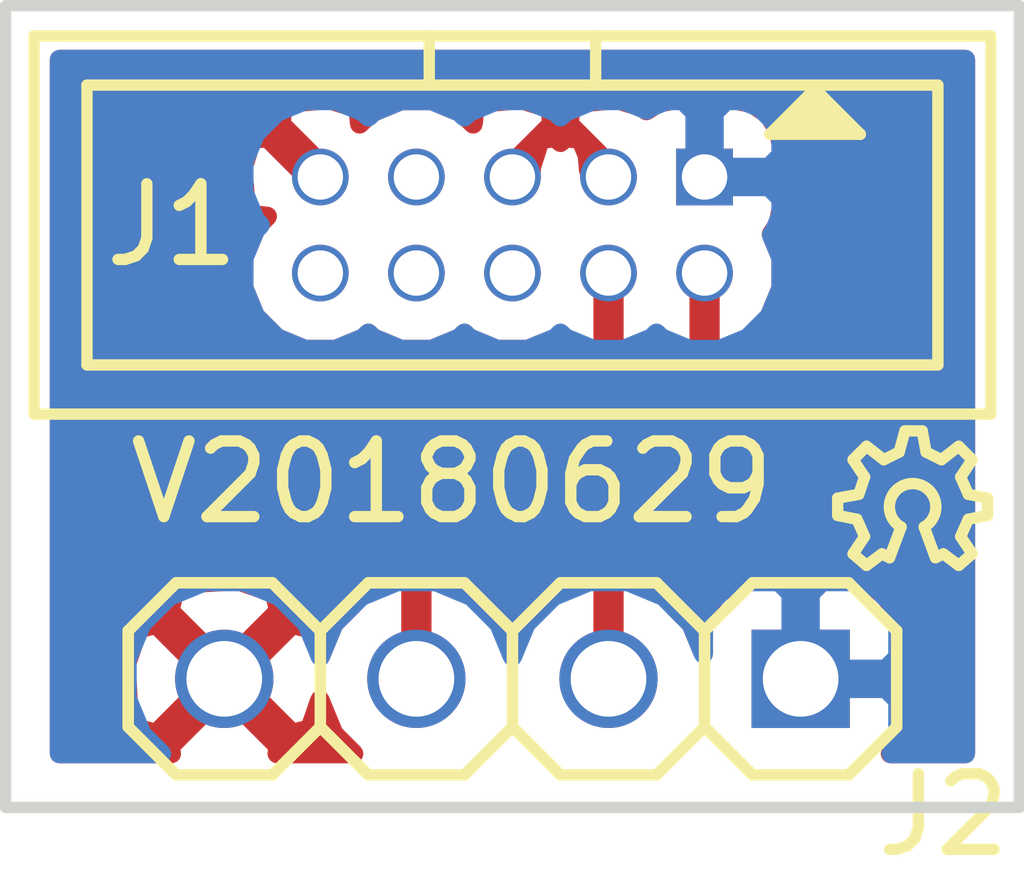
<source format=kicad_pcb>
(kicad_pcb (version 4) (host pcbnew 4.0.7-e2-6376~61~ubuntu18.04.1)

  (general
    (links 6)
    (no_connects 0)
    (area 0 0 0 0)
    (thickness 1.6)
    (drawings 4)
    (tracks 6)
    (zones 0)
    (modules 4)
    (nets 9)
  )

  (page A4)
  (layers
    (0 F.Cu signal)
    (31 B.Cu signal)
    (32 B.Adhes user)
    (33 F.Adhes user)
    (34 B.Paste user)
    (35 F.Paste user)
    (36 B.SilkS user)
    (37 F.SilkS user)
    (38 B.Mask user)
    (39 F.Mask user)
    (40 Dwgs.User user)
    (41 Cmts.User user)
    (42 Eco1.User user)
    (43 Eco2.User user)
    (44 Edge.Cuts user)
    (45 Margin user)
    (46 B.CrtYd user)
    (47 F.CrtYd user)
    (48 B.Fab user)
    (49 F.Fab user)
  )

  (setup
    (last_trace_width 0.4)
    (user_trace_width 0.1524)
    (user_trace_width 0.2)
    (user_trace_width 0.3)
    (user_trace_width 0.4)
    (user_trace_width 0.6)
    (user_trace_width 1)
    (user_trace_width 1.5)
    (user_trace_width 2)
    (trace_clearance 0.1524)
    (zone_clearance 0.508)
    (zone_45_only no)
    (trace_min 0.1524)
    (segment_width 0.2)
    (edge_width 0.15)
    (via_size 0.381)
    (via_drill 0.254)
    (via_min_size 0.381)
    (via_min_drill 0.254)
    (user_via 0.381 0.254)
    (user_via 0.55 0.4)
    (user_via 0.75 0.6)
    (user_via 0.95 0.8)
    (user_via 1.3 1)
    (user_via 1.5 1.2)
    (user_via 1.7 1.4)
    (user_via 1.9 1.6)
    (uvia_size 0.381)
    (uvia_drill 0.254)
    (uvias_allowed no)
    (uvia_min_size 0.381)
    (uvia_min_drill 0.254)
    (pcb_text_width 0.3)
    (pcb_text_size 1.5 1.5)
    (mod_edge_width 0.15)
    (mod_text_size 1 1)
    (mod_text_width 0.15)
    (pad_size 1.524 1.524)
    (pad_drill 0.762)
    (pad_to_mask_clearance 0.1)
    (aux_axis_origin 0 0)
    (visible_elements FFFFFF7F)
    (pcbplotparams
      (layerselection 0x00030_80000001)
      (usegerberextensions false)
      (excludeedgelayer true)
      (linewidth 0.100000)
      (plotframeref false)
      (viasonmask false)
      (mode 1)
      (useauxorigin false)
      (hpglpennumber 1)
      (hpglpenspeed 20)
      (hpglpendiameter 15)
      (hpglpenoverlay 2)
      (psnegative false)
      (psa4output false)
      (plotreference true)
      (plotvalue true)
      (plotinvisibletext false)
      (padsonsilk false)
      (subtractmaskfromsilk false)
      (outputformat 1)
      (mirror false)
      (drillshape 1)
      (scaleselection 1)
      (outputdirectory ""))
  )

  (net 0 "")
  (net 1 VDD)
  (net 2 /SWDIO)
  (net 3 VSS)
  (net 4 /SWDCLK)
  (net 5 "Net-(J1-Pad6)")
  (net 6 "Net-(J1-Pad7)")
  (net 7 "Net-(J1-Pad8)")
  (net 8 "Net-(J1-Pad10)")

  (net_class Default "This is the default net class."
    (clearance 0.1524)
    (trace_width 0.1524)
    (via_dia 0.381)
    (via_drill 0.254)
    (uvia_dia 0.381)
    (uvia_drill 0.254)
    (add_net /SWDCLK)
    (add_net /SWDIO)
    (add_net "Net-(J1-Pad10)")
    (add_net "Net-(J1-Pad6)")
    (add_net "Net-(J1-Pad7)")
    (add_net "Net-(J1-Pad8)")
    (add_net VDD)
    (add_net VSS)
  )

  (module SquantorLabels:Label_version (layer F.Cu) (tedit 59D3ED5E) (tstamp 5A135138)
    (at 135 99.4)
    (path /5A1357A5)
    (fp_text reference N2 (at 0 2) (layer F.Fab) hide
      (effects (font (size 1 1) (thickness 0.15)))
    )
    (fp_text value V20180629 (at -0.8 0) (layer F.SilkS)
      (effects (font (size 1 1) (thickness 0.15)))
    )
  )

  (module SquantorConnectors:Header-Shr-0127-2X05-H006 (layer F.Cu) (tedit 5B3667ED) (tstamp 5B376FF3)
    (at 135 96 180)
    (path /5B366870)
    (fp_text reference J1 (at 4.5 0 180) (layer F.SilkS)
      (effects (font (size 1 1) (thickness 0.15)))
    )
    (fp_text value JTAG_2X05 (at 0 3.3 180) (layer F.Fab) hide
      (effects (font (size 1 1) (thickness 0.15)))
    )
    (fp_line (start -4.1 1.7) (end -3.9 1.7) (layer F.SilkS) (width 0.15))
    (fp_line (start -4.2 1.6) (end -3.8 1.6) (layer F.SilkS) (width 0.15))
    (fp_line (start -4.3 1.5) (end -3.8 1.5) (layer F.SilkS) (width 0.15))
    (fp_line (start -4.3 1.4) (end -3.7 1.4) (layer F.SilkS) (width 0.15))
    (fp_line (start -4.4 1.3) (end -3.6 1.3) (layer F.SilkS) (width 0.15))
    (fp_line (start -3.4 1.2) (end -4.6 1.2) (layer F.SilkS) (width 0.15))
    (fp_line (start -4 1.8) (end -3.4 1.2) (layer F.SilkS) (width 0.15))
    (fp_line (start -4.6 1.2) (end -4 1.8) (layer F.SilkS) (width 0.15))
    (fp_line (start -1.1 2.5) (end -1.1 1.9) (layer F.SilkS) (width 0.15))
    (fp_line (start 1.1 2.5) (end 1.1 1.9) (layer F.SilkS) (width 0.15))
    (fp_line (start -5.625 1.85) (end -5.625 -1.85) (layer F.SilkS) (width 0.15))
    (fp_line (start 5.625 1.85) (end -5.625 1.85) (layer F.SilkS) (width 0.15))
    (fp_line (start 5.625 -1.85) (end 5.625 1.85) (layer F.SilkS) (width 0.15))
    (fp_line (start -5.625 -1.85) (end 5.625 -1.85) (layer F.SilkS) (width 0.15))
    (fp_line (start -6.325 2.5) (end -6.325 -2.5) (layer F.SilkS) (width 0.15))
    (fp_line (start 6.325 2.5) (end -6.325 2.5) (layer F.SilkS) (width 0.15))
    (fp_line (start 6.325 -2.5) (end 6.325 2.5) (layer F.SilkS) (width 0.15))
    (fp_line (start -6.325 -2.5) (end 6.325 -2.5) (layer F.SilkS) (width 0.15))
    (pad 1 thru_hole rect (at -2.54 0.635 180) (size 0.75 0.75) (drill 0.6) (layers *.Cu *.Mask)
      (net 1 VDD))
    (pad 2 thru_hole circle (at -2.54 -0.635 180) (size 0.75 0.75) (drill 0.6) (layers *.Cu *.Mask)
      (net 2 /SWDIO))
    (pad 3 thru_hole circle (at -1.27 0.635 180) (size 0.75 0.75) (drill 0.6) (layers *.Cu *.Mask)
      (net 3 VSS))
    (pad 4 thru_hole circle (at -1.27 -0.635 180) (size 0.75 0.75) (drill 0.6) (layers *.Cu *.Mask)
      (net 4 /SWDCLK))
    (pad 5 thru_hole circle (at 0 0.635 180) (size 0.75 0.75) (drill 0.6) (layers *.Cu *.Mask)
      (net 3 VSS))
    (pad 6 thru_hole circle (at 0 -0.635 180) (size 0.75 0.75) (drill 0.6) (layers *.Cu *.Mask)
      (net 5 "Net-(J1-Pad6)"))
    (pad 7 thru_hole circle (at 1.27 0.635 180) (size 0.75 0.75) (drill 0.6) (layers *.Cu *.Mask)
      (net 6 "Net-(J1-Pad7)"))
    (pad 8 thru_hole circle (at 1.27 -0.635 180) (size 0.75 0.75) (drill 0.6) (layers *.Cu *.Mask)
      (net 7 "Net-(J1-Pad8)"))
    (pad 9 thru_hole circle (at 2.54 0.635 180) (size 0.75 0.75) (drill 0.6) (layers *.Cu *.Mask)
      (net 3 VSS))
    (pad 10 thru_hole circle (at 2.54 -0.635 180) (size 0.75 0.75) (drill 0.6) (layers *.Cu *.Mask)
      (net 8 "Net-(J1-Pad10)"))
  )

  (module SquantorConnectors:Header-0254-1X04-H010 (layer F.Cu) (tedit 5B3668D0) (tstamp 5B377018)
    (at 135 102 180)
    (descr "PIN HEADER")
    (tags "PIN HEADER")
    (path /5B3668FF)
    (attr virtual)
    (fp_text reference J2 (at -5.7 -1.8 180) (layer F.SilkS)
      (effects (font (size 1 1) (thickness 0.15)))
    )
    (fp_text value Conn_01x04 (at 0 2.413 180) (layer F.Fab) hide
      (effects (font (size 1.27 1.27) (thickness 0.15)))
    )
    (fp_line (start 0 -0.635) (end 0.635 -1.27) (layer F.SilkS) (width 0.1524))
    (fp_line (start 0.635 -1.27) (end 1.905 -1.27) (layer F.SilkS) (width 0.1524))
    (fp_line (start 1.905 -1.27) (end 2.54 -0.635) (layer F.SilkS) (width 0.1524))
    (fp_line (start 2.54 -0.635) (end 2.54 0.635) (layer F.SilkS) (width 0.1524))
    (fp_line (start 2.54 0.635) (end 1.905 1.27) (layer F.SilkS) (width 0.1524))
    (fp_line (start 1.905 1.27) (end 0.635 1.27) (layer F.SilkS) (width 0.1524))
    (fp_line (start 0.635 1.27) (end 0 0.635) (layer F.SilkS) (width 0.1524))
    (fp_line (start -4.445 -1.27) (end -3.175 -1.27) (layer F.SilkS) (width 0.1524))
    (fp_line (start -3.175 -1.27) (end -2.54 -0.635) (layer F.SilkS) (width 0.1524))
    (fp_line (start -2.54 -0.635) (end -2.54 0.635) (layer F.SilkS) (width 0.1524))
    (fp_line (start -2.54 0.635) (end -3.175 1.27) (layer F.SilkS) (width 0.1524))
    (fp_line (start -2.54 -0.635) (end -1.905 -1.27) (layer F.SilkS) (width 0.1524))
    (fp_line (start -1.905 -1.27) (end -0.635 -1.27) (layer F.SilkS) (width 0.1524))
    (fp_line (start -0.635 -1.27) (end 0 -0.635) (layer F.SilkS) (width 0.1524))
    (fp_line (start 0 -0.635) (end 0 0.635) (layer F.SilkS) (width 0.1524))
    (fp_line (start 0 0.635) (end -0.635 1.27) (layer F.SilkS) (width 0.1524))
    (fp_line (start -0.635 1.27) (end -1.905 1.27) (layer F.SilkS) (width 0.1524))
    (fp_line (start -1.905 1.27) (end -2.54 0.635) (layer F.SilkS) (width 0.1524))
    (fp_line (start -5.08 -0.635) (end -5.08 0.635) (layer F.SilkS) (width 0.1524))
    (fp_line (start -4.445 -1.27) (end -5.08 -0.635) (layer F.SilkS) (width 0.1524))
    (fp_line (start -5.08 0.635) (end -4.445 1.27) (layer F.SilkS) (width 0.1524))
    (fp_line (start -3.175 1.27) (end -4.445 1.27) (layer F.SilkS) (width 0.1524))
    (fp_line (start 3.175 -1.27) (end 4.445 -1.27) (layer F.SilkS) (width 0.1524))
    (fp_line (start 4.445 -1.27) (end 5.08 -0.635) (layer F.SilkS) (width 0.1524))
    (fp_line (start 5.08 -0.635) (end 5.08 0.635) (layer F.SilkS) (width 0.1524))
    (fp_line (start 5.08 0.635) (end 4.445 1.27) (layer F.SilkS) (width 0.1524))
    (fp_line (start 3.175 -1.27) (end 2.54 -0.635) (layer F.SilkS) (width 0.1524))
    (fp_line (start 2.54 0.635) (end 3.175 1.27) (layer F.SilkS) (width 0.1524))
    (fp_line (start 4.445 1.27) (end 3.175 1.27) (layer F.SilkS) (width 0.1524))
    (pad 1 thru_hole rect (at -3.81 0) (size 1.3 1.3) (drill 1) (layers *.Cu *.Mask)
      (net 1 VDD))
    (pad 2 thru_hole circle (at -1.27 0) (size 1.3 1.3) (drill 1) (layers *.Cu *.Mask)
      (net 2 /SWDIO))
    (pad 3 thru_hole circle (at 1.27 0) (size 1.3 1.3) (drill 1) (layers *.Cu *.Mask)
      (net 4 /SWDCLK))
    (pad 4 thru_hole circle (at 3.81 0) (size 1.3 1.3) (drill 1) (layers *.Cu *.Mask)
      (net 3 VSS))
  )

  (module SquantorOHW_logo:ohw-logo-OSHW_6X70_NOTEXT (layer F.Cu) (tedit 5B366AF0) (tstamp 5B3B453D)
    (at 140.3 99.7)
    (path /5A135869)
    (attr virtual)
    (fp_text reference N1 (at 0 2) (layer F.Fab) hide
      (effects (font (size 1.27 1.27) (thickness 0.15)))
    )
    (fp_text value OHWLOGO (at 0 -2) (layer F.SilkS) hide
      (effects (font (size 1 1) (thickness 0.15)))
    )
    (fp_line (start -0.1618 0.292) (end -0.3142 0.6984) (layer F.SilkS) (width 0.15))
    (fp_line (start -0.3142 0.6984) (end -0.4158 0.6476) (layer F.SilkS) (width 0.15))
    (fp_line (start -0.4158 0.6476) (end -0.619 0.8) (layer F.SilkS) (width 0.15))
    (fp_line (start -0.619 0.8) (end -0.7968 0.6476) (layer F.SilkS) (width 0.15))
    (fp_line (start -0.7968 0.6476) (end -0.6444 0.419) (layer F.SilkS) (width 0.15))
    (fp_line (start -0.6444 0.419) (end -0.746 0.1904) (layer F.SilkS) (width 0.15))
    (fp_line (start -0.746 0.1904) (end -1 0.1396) (layer F.SilkS) (width 0.15))
    (fp_line (start -1 0.1396) (end -1 -0.089) (layer F.SilkS) (width 0.15))
    (fp_line (start -1 -0.089) (end -0.7206 -0.1398) (layer F.SilkS) (width 0.15))
    (fp_line (start -0.7206 -0.1398) (end -0.6444 -0.3684) (layer F.SilkS) (width 0.15))
    (fp_line (start -0.6444 -0.3684) (end -0.7968 -0.597) (layer F.SilkS) (width 0.15))
    (fp_line (start -0.7968 -0.597) (end -0.619 -0.7748) (layer F.SilkS) (width 0.15))
    (fp_line (start -0.619 -0.7748) (end -0.3904 -0.597) (layer F.SilkS) (width 0.15))
    (fp_line (start -0.3904 -0.597) (end -0.1872 -0.6986) (layer F.SilkS) (width 0.15))
    (fp_line (start -0.1872 -0.6986) (end -0.111 -0.978) (layer F.SilkS) (width 0.15))
    (fp_line (start -0.111 -0.978) (end 0.1176 -0.978) (layer F.SilkS) (width 0.15))
    (fp_line (start 0.1176 -0.978) (end 0.1684 -0.6986) (layer F.SilkS) (width 0.15))
    (fp_line (start 0.1684 -0.6986) (end 0.3716 -0.597) (layer F.SilkS) (width 0.15))
    (fp_line (start 0.3716 -0.597) (end 0.6002 -0.7748) (layer F.SilkS) (width 0.15))
    (fp_line (start 0.6002 -0.7748) (end 0.778 -0.597) (layer F.SilkS) (width 0.15))
    (fp_line (start 0.778 -0.597) (end 0.6256 -0.3684) (layer F.SilkS) (width 0.15))
    (fp_line (start 0.6256 -0.3684) (end 0.7272 -0.1398) (layer F.SilkS) (width 0.15))
    (fp_line (start 0.7272 -0.1398) (end 0.9812 -0.089) (layer F.SilkS) (width 0.15))
    (fp_line (start 0.9812 -0.089) (end 0.9812 0.1396) (layer F.SilkS) (width 0.15))
    (fp_line (start 0.9812 0.1396) (end 0.7272 0.1904) (layer F.SilkS) (width 0.15))
    (fp_line (start 0.7272 0.1904) (end 0.6256 0.419) (layer F.SilkS) (width 0.15))
    (fp_line (start 0.6256 0.419) (end 0.778 0.6476) (layer F.SilkS) (width 0.15))
    (fp_line (start 0.778 0.6476) (end 0.6002 0.8) (layer F.SilkS) (width 0.15))
    (fp_line (start 0.6002 0.8) (end 0.397 0.6476) (layer F.SilkS) (width 0.15))
    (fp_line (start 0.397 0.6476) (end 0.29286 0.6984) (layer F.SilkS) (width 0.15))
    (fp_line (start 0.29286 0.6984) (end 0.143 0.292) (layer F.SilkS) (width 0.15))
    (fp_arc (start -0.0094 0.0253) (end -0.1618 0.292) (angle 300.5) (layer F.SilkS) (width 0.15))
  )

  (gr_line (start 128.3 103.7) (end 141.7 103.7) (layer Edge.Cuts) (width 0.15))
  (gr_line (start 128.3 93.1) (end 128.3 103.7) (layer Edge.Cuts) (width 0.15))
  (gr_line (start 141.7 93.1) (end 141.7 103.7) (layer Edge.Cuts) (width 0.15))
  (gr_line (start 128.3 93.1) (end 141.7 93.1) (layer Edge.Cuts) (width 0.15))

  (segment (start 137.54 99.46) (end 136.27 100.73) (width 0.4) (layer F.Cu) (net 2))
  (segment (start 136.27 100.73) (end 136.27 102) (width 0.4) (layer F.Cu) (net 2))
  (segment (start 137.54 96.635) (end 137.54 99.46) (width 0.4) (layer F.Cu) (net 2))
  (segment (start 136.27 98.13) (end 133.73 100.67) (width 0.4) (layer F.Cu) (net 4))
  (segment (start 133.73 100.67) (end 133.73 102) (width 0.4) (layer F.Cu) (net 4))
  (segment (start 136.27 96.635) (end 136.27 98.13) (width 0.4) (layer F.Cu) (net 4))

  (zone (net 3) (net_name VSS) (layer F.Cu) (tstamp 0) (hatch edge 0.508)
    (connect_pads (clearance 0.508))
    (min_thickness 0.254)
    (fill yes (arc_segments 16) (thermal_gap 0.508) (thermal_bridge_width 0.508))
    (polygon
      (pts
        (xy 128.3 93.1) (xy 141.7 93.1) (xy 141.7 103.7) (xy 128.3 103.7)
      )
    )
    (filled_polygon
      (pts
        (xy 140.99 102.99) (xy 139.996228 102.99) (xy 140.056431 102.90189) (xy 140.10744 102.65) (xy 140.10744 101.35)
        (xy 140.063162 101.114683) (xy 139.92409 100.898559) (xy 139.71189 100.753569) (xy 139.46 100.70256) (xy 138.16 100.70256)
        (xy 137.924683 100.746838) (xy 137.708559 100.88591) (xy 137.563569 101.09811) (xy 137.51256 101.35) (xy 137.51256 101.642267)
        (xy 137.360005 101.273057) (xy 137.134106 101.046762) (xy 138.130434 100.050434) (xy 138.311439 99.779541) (xy 138.375 99.46)
        (xy 138.375 97.228567) (xy 138.395737 97.207866) (xy 138.549824 96.836783) (xy 138.550175 96.43498) (xy 138.421486 96.123528)
        (xy 138.511431 95.99189) (xy 138.56244 95.74) (xy 138.56244 94.99) (xy 138.518162 94.754683) (xy 138.37909 94.538559)
        (xy 138.16689 94.393569) (xy 137.915 94.34256) (xy 137.165 94.34256) (xy 136.929683 94.386838) (xy 136.770659 94.489167)
        (xy 136.767928 94.463596) (xy 136.385073 94.341662) (xy 135.984699 94.375523) (xy 135.772072 94.463596) (xy 135.750468 94.665863)
        (xy 136.27 95.185395) (xy 136.284143 95.171253) (xy 136.463748 95.350858) (xy 136.449605 95.365) (xy 136.463748 95.379143)
        (xy 136.284143 95.558748) (xy 136.27 95.544605) (xy 136.255858 95.558748) (xy 136.076253 95.379143) (xy 136.090395 95.365)
        (xy 136.006512 95.281117) (xy 135.989477 95.079699) (xy 135.901404 94.867072) (xy 135.699137 94.845468) (xy 135.635 94.909605)
        (xy 135.570863 94.845468) (xy 135.368596 94.867072) (xy 135.246662 95.249927) (xy 135.250406 95.294199) (xy 135.179605 95.365)
        (xy 135.193748 95.379143) (xy 135.014143 95.558748) (xy 135 95.544605) (xy 134.985858 95.558748) (xy 134.806253 95.379143)
        (xy 134.820395 95.365) (xy 134.806253 95.350858) (xy 134.985858 95.171253) (xy 135 95.185395) (xy 135.519532 94.665863)
        (xy 135.497928 94.463596) (xy 135.115073 94.341662) (xy 134.714699 94.375523) (xy 134.502072 94.463596) (xy 134.480468 94.66586)
        (xy 134.363394 94.548786) (xy 134.352848 94.559332) (xy 134.302866 94.509263) (xy 133.931783 94.355176) (xy 133.52998 94.354825)
        (xy 133.158628 94.508264) (xy 133.107311 94.559491) (xy 133.096606 94.548786) (xy 132.979532 94.66586) (xy 132.957928 94.463596)
        (xy 132.575073 94.341662) (xy 132.174699 94.375523) (xy 131.962072 94.463596) (xy 131.940468 94.665863) (xy 132.46 95.185395)
        (xy 132.474143 95.171253) (xy 132.653748 95.350858) (xy 132.639605 95.365) (xy 132.653748 95.379143) (xy 132.474143 95.558748)
        (xy 132.46 95.544605) (xy 132.445858 95.558748) (xy 132.266253 95.379143) (xy 132.280395 95.365) (xy 131.760863 94.845468)
        (xy 131.558596 94.867072) (xy 131.436662 95.249927) (xy 131.470523 95.650301) (xy 131.558596 95.862928) (xy 131.76086 95.884532)
        (xy 131.643786 96.001606) (xy 131.654332 96.012152) (xy 131.604263 96.062134) (xy 131.450176 96.433217) (xy 131.449825 96.83502)
        (xy 131.603264 97.206372) (xy 131.887134 97.490737) (xy 132.258217 97.644824) (xy 132.66002 97.645175) (xy 133.031372 97.491736)
        (xy 133.094862 97.428356) (xy 133.157134 97.490737) (xy 133.528217 97.644824) (xy 133.93002 97.645175) (xy 134.301372 97.491736)
        (xy 134.364862 97.428356) (xy 134.427134 97.490737) (xy 134.798217 97.644824) (xy 135.20002 97.645175) (xy 135.435 97.548084)
        (xy 135.435 97.784132) (xy 133.139566 100.079566) (xy 132.958561 100.350459) (xy 132.895 100.67) (xy 132.895 101.017863)
        (xy 132.641265 101.271155) (xy 132.460203 101.7072) (xy 132.458083 101.670572) (xy 132.319611 101.336271) (xy 132.089016 101.28059)
        (xy 131.369605 102) (xy 132.089016 102.71941) (xy 132.319611 102.663729) (xy 132.454139 102.27714) (xy 132.639995 102.726943)
        (xy 132.902592 102.99) (xy 131.88744 102.99) (xy 131.90941 102.899016) (xy 131.19 102.179605) (xy 130.47059 102.899016)
        (xy 130.49256 102.99) (xy 129.01 102.99) (xy 129.01 101.819078) (xy 129.892378 101.819078) (xy 129.921917 102.329428)
        (xy 130.060389 102.663729) (xy 130.290984 102.71941) (xy 131.010395 102) (xy 130.290984 101.28059) (xy 130.060389 101.336271)
        (xy 129.892378 101.819078) (xy 129.01 101.819078) (xy 129.01 101.100984) (xy 130.47059 101.100984) (xy 131.19 101.820395)
        (xy 131.90941 101.100984) (xy 131.853729 100.870389) (xy 131.370922 100.702378) (xy 130.860572 100.731917) (xy 130.526271 100.870389)
        (xy 130.47059 101.100984) (xy 129.01 101.100984) (xy 129.01 93.81) (xy 140.99 93.81)
      )
    )
  )
  (zone (net 1) (net_name VDD) (layer B.Cu) (tstamp 0) (hatch edge 0.508)
    (connect_pads (clearance 0.508))
    (min_thickness 0.254)
    (fill yes (arc_segments 16) (thermal_gap 0.508) (thermal_bridge_width 0.508))
    (polygon
      (pts
        (xy 128.3 93.1) (xy 141.7 93.1) (xy 141.7 103.7) (xy 128.3 103.7)
      )
    )
    (filled_polygon
      (pts
        (xy 140.99 102.99) (xy 140.006487 102.99) (xy 140.095 102.77631) (xy 140.095 102.28575) (xy 139.93625 102.127)
        (xy 138.937 102.127) (xy 138.937 102.147) (xy 138.683 102.147) (xy 138.683 102.127) (xy 138.663 102.127)
        (xy 138.663 101.873) (xy 138.683 101.873) (xy 138.683 100.87375) (xy 138.937 100.87375) (xy 138.937 101.873)
        (xy 139.93625 101.873) (xy 140.095 101.71425) (xy 140.095 101.22369) (xy 139.998327 100.990301) (xy 139.819698 100.811673)
        (xy 139.586309 100.715) (xy 139.09575 100.715) (xy 138.937 100.87375) (xy 138.683 100.87375) (xy 138.52425 100.715)
        (xy 138.033691 100.715) (xy 137.800302 100.811673) (xy 137.621673 100.990301) (xy 137.525 101.22369) (xy 137.525 101.672374)
        (xy 137.360005 101.273057) (xy 136.998845 100.911265) (xy 136.526724 100.715223) (xy 136.015519 100.714777) (xy 135.543057 100.909995)
        (xy 135.181265 101.271155) (xy 134.999795 101.708182) (xy 134.820005 101.273057) (xy 134.458845 100.911265) (xy 133.986724 100.715223)
        (xy 133.475519 100.714777) (xy 133.003057 100.909995) (xy 132.641265 101.271155) (xy 132.459795 101.708182) (xy 132.280005 101.273057)
        (xy 131.918845 100.911265) (xy 131.446724 100.715223) (xy 130.935519 100.714777) (xy 130.463057 100.909995) (xy 130.101265 101.271155)
        (xy 129.905223 101.743276) (xy 129.904777 102.254481) (xy 130.099995 102.726943) (xy 130.362592 102.99) (xy 129.01 102.99)
        (xy 129.01 95.56502) (xy 131.449825 95.56502) (xy 131.603264 95.936372) (xy 131.666644 95.999862) (xy 131.604263 96.062134)
        (xy 131.450176 96.433217) (xy 131.449825 96.83502) (xy 131.603264 97.206372) (xy 131.887134 97.490737) (xy 132.258217 97.644824)
        (xy 132.66002 97.645175) (xy 133.031372 97.491736) (xy 133.094862 97.428356) (xy 133.157134 97.490737) (xy 133.528217 97.644824)
        (xy 133.93002 97.645175) (xy 134.301372 97.491736) (xy 134.364862 97.428356) (xy 134.427134 97.490737) (xy 134.798217 97.644824)
        (xy 135.20002 97.645175) (xy 135.571372 97.491736) (xy 135.634862 97.428356) (xy 135.697134 97.490737) (xy 136.068217 97.644824)
        (xy 136.47002 97.645175) (xy 136.841372 97.491736) (xy 136.904862 97.428356) (xy 136.967134 97.490737) (xy 137.338217 97.644824)
        (xy 137.74002 97.645175) (xy 138.111372 97.491736) (xy 138.395737 97.207866) (xy 138.549824 96.836783) (xy 138.550175 96.43498)
        (xy 138.423829 96.129197) (xy 138.453327 96.099699) (xy 138.55 95.86631) (xy 138.55 95.65075) (xy 138.39125 95.492)
        (xy 137.667 95.492) (xy 137.667 95.512) (xy 137.413 95.512) (xy 137.413 95.492) (xy 137.393 95.492)
        (xy 137.393 95.238) (xy 137.413 95.238) (xy 137.413 94.51375) (xy 137.667 94.51375) (xy 137.667 95.238)
        (xy 138.39125 95.238) (xy 138.55 95.07925) (xy 138.55 94.86369) (xy 138.453327 94.630301) (xy 138.274698 94.451673)
        (xy 138.041309 94.355) (xy 137.82575 94.355) (xy 137.667 94.51375) (xy 137.413 94.51375) (xy 137.25425 94.355)
        (xy 137.038691 94.355) (xy 136.805302 94.451673) (xy 136.77563 94.481344) (xy 136.471783 94.355176) (xy 136.06998 94.354825)
        (xy 135.698628 94.508264) (xy 135.635138 94.571644) (xy 135.572866 94.509263) (xy 135.201783 94.355176) (xy 134.79998 94.354825)
        (xy 134.428628 94.508264) (xy 134.365138 94.571644) (xy 134.302866 94.509263) (xy 133.931783 94.355176) (xy 133.52998 94.354825)
        (xy 133.158628 94.508264) (xy 133.095138 94.571644) (xy 133.032866 94.509263) (xy 132.661783 94.355176) (xy 132.25998 94.354825)
        (xy 131.888628 94.508264) (xy 131.604263 94.792134) (xy 131.450176 95.163217) (xy 131.449825 95.56502) (xy 129.01 95.56502)
        (xy 129.01 93.81) (xy 140.99 93.81)
      )
    )
  )
)

</source>
